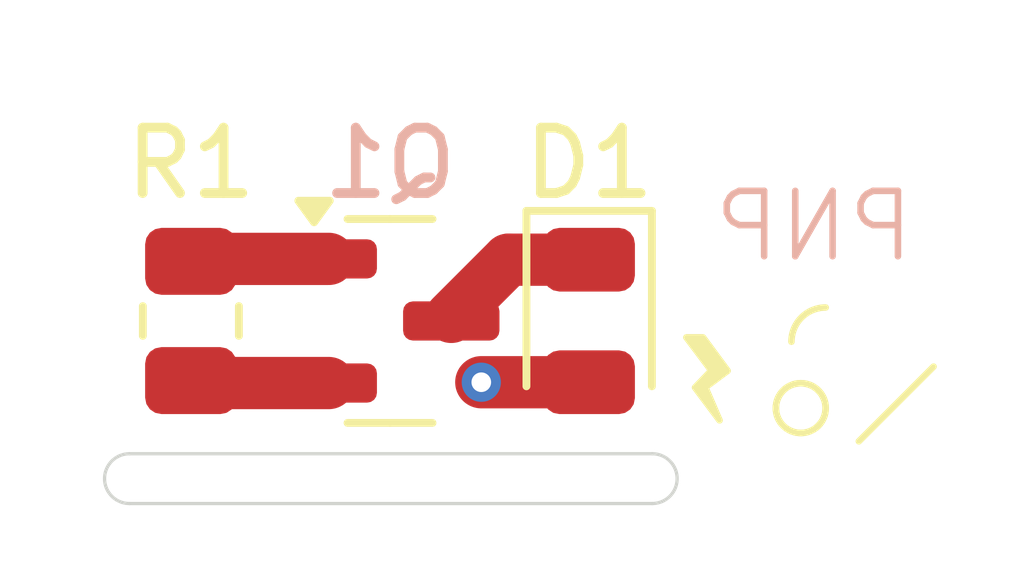
<source format=kicad_pcb>
(kicad_pcb (version 20240108) (generator "pcbnew") (generator_version "8.0")
  (layers (0 "F.Cu" signal) (31 "B.Cu" signal) (34 "B.Paste" user) (35 "F.Paste" user) (36 "B.SilkS" user "B.Silkscreen") (37 "F.SilkS" user "F.Silkscreen") (38 "B.Mask" user) (39 "F.Mask" user) (44 "Edge.Cuts" user))
  (net 0 "")
  (net 1 "/Output")
  (net 2 "GND")
  (net 3 "/Input")
  (net 4 "VDC")
  (footprint "Diode_SMD:D_0805_2012Metric" (layer "F.Cu") (at 21.971 17.78 -90)
    (property "Reference" "D1" (at -2.413 0 180) (layer "F.SilkS"))
    (property "Value" "D_Schottky_Small")
    (fp_line (start -1.684999 0.96) (end 1 0.96) (stroke (width 0.12)) (layer "F.SilkS"))
    (fp_line (start -1.684999 -0.96) (end -1.684999 0.96) (stroke (width 0.12)) (layer "F.SilkS"))
    (fp_line (start 1 -0.96) (end -1.684999 -0.96) (stroke (width 0.12)) (layer "F.SilkS"))
    (pad "1" smd roundrect (at -0.937501 0 270) (size 0.975 1.4) (layers "F.Cu" "F.Paste" "F.Mask") (net 1 "/Output"))
    (pad "2" smd roundrect (at 0.937501 0 270) (size 0.975 1.4) (layers "F.Cu" "F.Paste" "F.Mask") (net 2 "GND"))
  )
  (footprint "Package_TO_SOT_SMD:SOT-23" (layer "F.Cu") (at 18.923 17.78)
    (property "Reference" "Q1" (at 0 -2.413 0) (layer "B.SilkS") (effects (justify mirror)))
    (property "Value" "BC807")
    (fp_line (start 0 -1.56) (end -0.65 -1.56) (stroke (width 0.12)) (layer "F.SilkS"))
    (fp_line (start 0 -1.56) (end 0.65 -1.56) (stroke (width 0.12)) (layer "F.SilkS"))
    (fp_line (start 0 1.56) (end -0.65 1.56) (stroke (width 0.12)) (layer "F.SilkS"))
    (fp_line (start 0 1.56) (end 0.65 1.56) (stroke (width 0.12)) (layer "F.SilkS"))
    (fp_poly (pts (xy -1.1625 -1.51) (xy -1.4025 -1.84) (xy -0.9225 -1.84) (xy -1.1625 -1.51)) (stroke (width 0.12)) (fill solid) (layer "F.SilkS"))
    (pad "1" smd roundrect (at -0.9375 -0.95) (size 1.475 0.6) (layers "F.Cu" "F.Paste" "F.Mask") (net 3 "/Input"))
    (pad "2" smd roundrect (at -0.9375 0.95) (size 1.475 0.6) (layers "F.Cu" "F.Paste" "F.Mask") (net 4 "VDC"))
    (pad "3" smd roundrect (at 0.9375 0) (size 1.475 0.6) (layers "F.Cu" "F.Paste" "F.Mask") (net 1 "/Output"))
  )
  (footprint "Resistor_SMD:R_0805_2012Metric" (layer "F.Cu") (at 15.875 17.78 90)
    (property "Reference" "R1" (at 2.413 0 0) (layer "F.SilkS"))
    (property "Value" "10k")
    (fp_line (start -0.227064 -0.735) (end 0.227064 -0.735) (stroke (width 0.12)) (layer "F.SilkS"))
    (fp_line (start -0.227064 0.735) (end 0.227064 0.735) (stroke (width 0.12)) (layer "F.SilkS"))
    (pad "1" smd roundrect (at -0.9125 0 90) (size 1.025 1.4) (layers "F.Cu" "F.Paste" "F.Mask") (roundrect_rratio 0.243902) (net 4 "VDC"))
    (pad "2" smd roundrect (at 0.9125 0 90) (size 1.025 1.4) (layers "F.Cu" "F.Paste" "F.Mask") (roundrect_rratio 0.243902) (net 3 "/Input"))
  )
  (gr_poly (pts (xy 23.458651 18.031188) (xy 23.839651 18.539188) (xy 23.590842 18.798379) (xy 23.966651 19.301188) (xy 23.749 18.796) (xy 24.090424 18.542415) (xy 23.712651 18.031188)) (stroke (width 0.1)) (fill solid) (layer "F.SilkS"))
  (gr_arc (start 25.066866 18.0975) (mid 25.220235 17.727235) (end 25.5905 17.573866) (stroke (width 0.1)) (layer "F.SilkS"))
  (gr_line (start 27.2415 18.4785) (end 26.0985 19.6215) (stroke (width 0.1)) (layer "F.SilkS"))
  (gr_circle (center 25.2095 19.1135) (end 25.2095 18.7325) (stroke (width 0.1)) (fill none) (layer "F.SilkS"))
  (gr_circle (center 25.2095 19.1135) (end 25.2095 18.7325) (stroke (width 0.1)) (fill none) (layer "F.SilkS"))
  (gr_arc (start 14.9352 20.574) (mid 14.5542 20.193) (end 14.9352 19.812) (stroke (width 0.05)) (layer "Edge.Cuts"))
  (gr_arc (start 22.9362 19.812) (mid 23.3172 20.193) (end 22.9362 20.574) (stroke (width 0.05)) (layer "Edge.Cuts"))
  (gr_line (start 14.9352 19.812) (end 22.9362 19.812) (stroke (width 0.05)) (layer "Edge.Cuts"))
  (gr_line (start 22.9362 20.574) (end 14.9352 20.574) (stroke (width 0.05)) (layer "Edge.Cuts"))
  (gr_text "PNP" (at 27.0002 16.9164 0) (layer "B.SilkS") (effects (font (size 1 1) (thickness 0.1)) (justify left bottom mirror)))
  (segment (start 21.971 16.842499) (end 20.735502 16.842499) (width 0.8) (layer "F.Cu") (net 1))
  (segment (start 20.735502 16.842499) (end 19.8605 17.717501) (width 0.8) (layer "F.Cu") (net 1))
  (segment (start 21.971 18.717501) (end 20.32 18.717501) (width 0.8) (layer "F.Cu") (net 2))
  (via (at 20.32 18.717501) (size 0.6) (drill 0.3) (layers "F.Cu" "B.Cu") (net 2))
  (segment (start 15.9125 16.83) (end 15.875 16.8675) (width 0.8) (layer "F.Cu") (net 3))
  (segment (start 17.9855 16.83) (end 15.9125 16.83) (width 0.8) (layer "F.Cu") (net 3))
  (segment (start 17.9855 18.73) (end 15.9125 18.73) (width 0.8) (layer "F.Cu") (net 4))
  (segment (start 15.9125 18.73) (end 15.875 18.6925) (width 0.8) (layer "F.Cu") (net 4))
)
</source>
